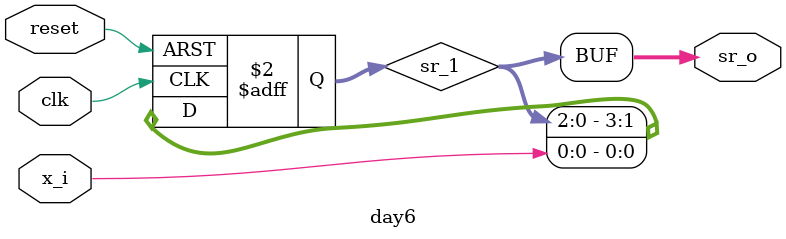
<source format=sv>
module day6(
  input     wire        clk,
  input     wire        reset,
  input     wire        x_i,      // Serial input

  output    wire[3:0]   sr_o
);

  // Write your logic here...
  reg [3:0] sr_1;
  always@(posedge clk,posedge reset)
    begin
      if(reset)
        sr_1 <= 4'h0;
      else
        sr_1 <= {sr_1[2:0],x_i};
    end
  assign sr_o = sr_1;

endmodule

</source>
